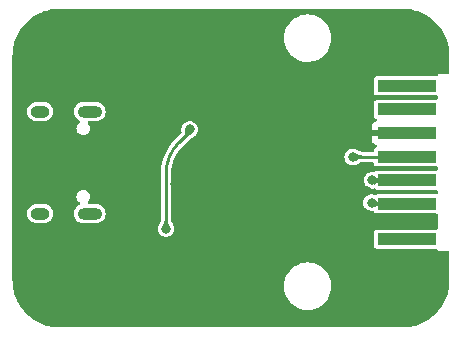
<source format=gbr>
%TF.GenerationSoftware,KiCad,Pcbnew,7.0.5-0*%
%TF.CreationDate,2023-07-07T09:12:39-05:00*%
%TF.ProjectId,DCSDv2_CP2102N,44435344-7632-45f4-9350-323130324e2e,rev?*%
%TF.SameCoordinates,Original*%
%TF.FileFunction,Copper,L2,Bot*%
%TF.FilePolarity,Positive*%
%FSLAX46Y46*%
G04 Gerber Fmt 4.6, Leading zero omitted, Abs format (unit mm)*
G04 Created by KiCad (PCBNEW 7.0.5-0) date 2023-07-07 09:12:39*
%MOMM*%
%LPD*%
G01*
G04 APERTURE LIST*
%TA.AperFunction,ComponentPad*%
%ADD10O,2.100000X1.000000*%
%TD*%
%TA.AperFunction,ComponentPad*%
%ADD11O,1.600000X1.000000*%
%TD*%
%TA.AperFunction,SMDPad,CuDef*%
%ADD12R,5.000000X1.000000*%
%TD*%
%TA.AperFunction,ViaPad*%
%ADD13C,0.800000*%
%TD*%
%TA.AperFunction,Conductor*%
%ADD14C,0.500000*%
%TD*%
%TA.AperFunction,Conductor*%
%ADD15C,0.250000*%
%TD*%
G04 APERTURE END LIST*
D10*
%TO.P,P1,S1,SHIELD*%
%TO.N,unconnected-(P1-SHIELD-PadS1)*%
X137130000Y-87480000D03*
D11*
X132950000Y-87480000D03*
D10*
X137130000Y-96120000D03*
D11*
X132950000Y-96120000D03*
%TD*%
D12*
%TO.P,U2,1,5V*%
%TO.N,unconnected-(U2-5V-Pad1)*%
X164000000Y-87300000D03*
%TO.P,U2,3,GND*%
%TO.N,GND*%
X164000000Y-89300000D03*
%TO.P,U2,5,TX*%
%TO.N,/DC_TX*%
X164000000Y-91300000D03*
%TO.P,U2,7,CTS*%
%TO.N,/DC_CTS*%
X164000000Y-93300000D03*
%TO.P,U2,9,RESET*%
%TO.N,/DC_RESET*%
X164000000Y-95300000D03*
%TO.P,U2,SHIELD*%
%TO.N,N/C*%
X164000000Y-85300000D03*
X164000000Y-98300000D03*
%TD*%
D13*
%TO.N,GND*%
X146725500Y-86400000D03*
X139200000Y-88400000D03*
X145800000Y-86400000D03*
X144324500Y-93600000D03*
X160600000Y-89400000D03*
X147200000Y-91200000D03*
X160600000Y-94200000D03*
X140807386Y-94412114D03*
X143800000Y-86600000D03*
X144800000Y-86600000D03*
X140726110Y-89745057D03*
X149200000Y-91200000D03*
X148782999Y-88797632D03*
X139200000Y-95200000D03*
X149200000Y-93200000D03*
X147200000Y-93200000D03*
X148200000Y-92200000D03*
%TO.N,+3.3V*%
X145600000Y-89000000D03*
X143600000Y-97400000D03*
%TO.N,/DC_RESET*%
X161000000Y-95200000D03*
%TO.N,/DC_CTS*%
X161046991Y-93306018D03*
%TO.N,/DC_TX*%
X159400000Y-91337701D03*
%TD*%
D14*
%TO.N,GND*%
X160770710Y-89300000D02*
X164000000Y-89300000D01*
X160650000Y-89350000D02*
X160600000Y-89400000D01*
X160770710Y-89300005D02*
G75*
G03*
X160650000Y-89350000I-10J-170695D01*
G01*
D15*
%TO.N,+3.3V*%
X144700000Y-90100000D02*
X145800000Y-89000000D01*
X143600000Y-92755634D02*
X143600000Y-97400000D01*
X144699990Y-90099990D02*
G75*
G03*
X143600000Y-92755634I2655610J-2655610D01*
G01*
%TO.N,/DC_RESET*%
X161170710Y-95300000D02*
X164000000Y-95300000D01*
X161050000Y-95250000D02*
X161000000Y-95200000D01*
X161049997Y-95250003D02*
G75*
G03*
X161170710Y-95300000I120703J120703D01*
G01*
%TO.N,/DC_CTS*%
X161057264Y-93300000D02*
X164000000Y-93300000D01*
X161046991Y-93306018D02*
X161050000Y-93303009D01*
X161057264Y-93299983D02*
G75*
G03*
X161050000Y-93303009I36J-10317D01*
G01*
%TO.N,/DC_TX*%
X159464359Y-91300000D02*
X164000000Y-91300000D01*
X159400000Y-91337701D02*
X159418850Y-91318850D01*
X159464359Y-91299954D02*
G75*
G03*
X159418851Y-91318851I41J-64346D01*
G01*
%TD*%
%TA.AperFunction,Conductor*%
%TO.N,/DC_CTS*%
G36*
X163788161Y-92855871D02*
G01*
X164241230Y-93291567D01*
X164244818Y-93299771D01*
X164241553Y-93308110D01*
X164241230Y-93308433D01*
X163788161Y-93744128D01*
X163779822Y-93747393D01*
X163774571Y-93746032D01*
X163692542Y-93702547D01*
X163692200Y-93702350D01*
X163616630Y-93655509D01*
X163616401Y-93655359D01*
X163550381Y-93610024D01*
X163489806Y-93567261D01*
X163489774Y-93567239D01*
X163483622Y-93563178D01*
X163430581Y-93528166D01*
X163368617Y-93493833D01*
X163368616Y-93493832D01*
X163299732Y-93465296D01*
X163299726Y-93465295D01*
X163219766Y-93443610D01*
X163219759Y-93443608D01*
X163124581Y-93429827D01*
X163021207Y-93425472D01*
X163013086Y-93421700D01*
X163010000Y-93413782D01*
X163010000Y-93186217D01*
X163013427Y-93177944D01*
X163021205Y-93174527D01*
X163124574Y-93170172D01*
X163124581Y-93170171D01*
X163124582Y-93170171D01*
X163219759Y-93156390D01*
X163219760Y-93156389D01*
X163219764Y-93156389D01*
X163299726Y-93134704D01*
X163299730Y-93134702D01*
X163299732Y-93134702D01*
X163326640Y-93123554D01*
X163368613Y-93106168D01*
X163430581Y-93071833D01*
X163489786Y-93032752D01*
X163550380Y-92989976D01*
X163616401Y-92944639D01*
X163616630Y-92944489D01*
X163692200Y-92897648D01*
X163692530Y-92897457D01*
X163774572Y-92853966D01*
X163783486Y-92853120D01*
X163788161Y-92855871D01*
G37*
%TD.AperFunction*%
%TD*%
%TA.AperFunction,Conductor*%
%TO.N,/DC_RESET*%
G36*
X163788161Y-94855871D02*
G01*
X164241230Y-95291567D01*
X164244818Y-95299771D01*
X164241553Y-95308110D01*
X164241230Y-95308433D01*
X163788161Y-95744128D01*
X163779822Y-95747393D01*
X163774571Y-95746032D01*
X163692542Y-95702547D01*
X163692200Y-95702350D01*
X163616630Y-95655509D01*
X163616401Y-95655359D01*
X163550381Y-95610024D01*
X163489806Y-95567261D01*
X163489774Y-95567239D01*
X163483622Y-95563178D01*
X163430581Y-95528166D01*
X163368617Y-95493833D01*
X163368616Y-95493832D01*
X163299732Y-95465296D01*
X163299726Y-95465295D01*
X163219766Y-95443610D01*
X163219759Y-95443608D01*
X163124581Y-95429827D01*
X163021207Y-95425472D01*
X163013086Y-95421700D01*
X163010000Y-95413782D01*
X163010000Y-95186217D01*
X163013427Y-95177944D01*
X163021205Y-95174527D01*
X163124574Y-95170172D01*
X163124581Y-95170171D01*
X163124582Y-95170171D01*
X163219759Y-95156390D01*
X163219760Y-95156389D01*
X163219764Y-95156389D01*
X163299726Y-95134704D01*
X163299730Y-95134702D01*
X163299732Y-95134702D01*
X163326640Y-95123554D01*
X163368613Y-95106168D01*
X163430581Y-95071833D01*
X163489786Y-95032752D01*
X163550380Y-94989976D01*
X163616401Y-94944639D01*
X163616630Y-94944489D01*
X163692200Y-94897648D01*
X163692530Y-94897457D01*
X163774572Y-94853966D01*
X163783486Y-94853120D01*
X163788161Y-94855871D01*
G37*
%TD.AperFunction*%
%TD*%
%TA.AperFunction,Conductor*%
%TO.N,/DC_TX*%
G36*
X163788161Y-90855871D02*
G01*
X164241230Y-91291567D01*
X164244818Y-91299771D01*
X164241553Y-91308110D01*
X164241230Y-91308433D01*
X163788161Y-91744128D01*
X163779822Y-91747393D01*
X163774571Y-91746032D01*
X163692542Y-91702547D01*
X163692200Y-91702350D01*
X163616630Y-91655509D01*
X163616401Y-91655359D01*
X163550381Y-91610024D01*
X163489806Y-91567261D01*
X163489774Y-91567239D01*
X163483622Y-91563178D01*
X163430581Y-91528166D01*
X163368617Y-91493833D01*
X163368616Y-91493832D01*
X163299732Y-91465296D01*
X163299726Y-91465295D01*
X163219766Y-91443610D01*
X163219759Y-91443608D01*
X163124581Y-91429827D01*
X163021207Y-91425472D01*
X163013086Y-91421700D01*
X163010000Y-91413782D01*
X163010000Y-91186217D01*
X163013427Y-91177944D01*
X163021205Y-91174527D01*
X163124574Y-91170172D01*
X163124581Y-91170171D01*
X163124582Y-91170171D01*
X163219759Y-91156390D01*
X163219760Y-91156389D01*
X163219764Y-91156389D01*
X163299726Y-91134704D01*
X163299730Y-91134702D01*
X163299732Y-91134702D01*
X163326640Y-91123554D01*
X163368613Y-91106168D01*
X163430581Y-91071833D01*
X163489786Y-91032752D01*
X163550380Y-90989976D01*
X163616401Y-90944639D01*
X163616630Y-90944489D01*
X163692200Y-90897648D01*
X163692530Y-90897457D01*
X163774572Y-90853966D01*
X163783486Y-90853120D01*
X163788161Y-90855871D01*
G37*
%TD.AperFunction*%
%TD*%
%TA.AperFunction,Conductor*%
%TO.N,+3.3V*%
G36*
X145658058Y-88817744D02*
G01*
X145658539Y-88818637D01*
X145879038Y-89274970D01*
X145879552Y-89283910D01*
X145876370Y-89288720D01*
X145825283Y-89335130D01*
X145824813Y-89335515D01*
X145771218Y-89374884D01*
X145770726Y-89375208D01*
X145719593Y-89405364D01*
X145719189Y-89405582D01*
X145669256Y-89429980D01*
X145669052Y-89430075D01*
X145619104Y-89452139D01*
X145567969Y-89475298D01*
X145567960Y-89475303D01*
X145514671Y-89502907D01*
X145457995Y-89538427D01*
X145457987Y-89538433D01*
X145396753Y-89585313D01*
X145396734Y-89585328D01*
X145338033Y-89639395D01*
X145329626Y-89642479D01*
X145321834Y-89639062D01*
X145160831Y-89478059D01*
X145157404Y-89469786D01*
X145160392Y-89461978D01*
X145189800Y-89429186D01*
X145216024Y-89390611D01*
X145233017Y-89353682D01*
X145233018Y-89353675D01*
X145233021Y-89353669D01*
X145237698Y-89335130D01*
X145242126Y-89317584D01*
X145242127Y-89317572D01*
X145244698Y-89281506D01*
X145244698Y-89281501D01*
X145242081Y-89244617D01*
X145235623Y-89206115D01*
X145226670Y-89165180D01*
X145221507Y-89142593D01*
X145216580Y-89121036D01*
X145216552Y-89120909D01*
X145208343Y-89080896D01*
X145210037Y-89072103D01*
X145213821Y-89068491D01*
X145642023Y-88813672D01*
X145650883Y-88812387D01*
X145658058Y-88817744D01*
G37*
%TD.AperFunction*%
%TD*%
%TA.AperFunction,Conductor*%
%TO.N,/DC_TX*%
G36*
X159547960Y-90966232D02*
G01*
X159617045Y-90994324D01*
X159617262Y-90994418D01*
X159682866Y-91025171D01*
X159682987Y-91025230D01*
X159740795Y-91054884D01*
X159794103Y-91082767D01*
X159794124Y-91082777D01*
X159794141Y-91082786D01*
X159841213Y-91105761D01*
X159846172Y-91108182D01*
X159900328Y-91130466D01*
X159900333Y-91130467D01*
X159900339Y-91130470D01*
X159956562Y-91147917D01*
X159959899Y-91148953D01*
X160028210Y-91162981D01*
X160108579Y-91171883D01*
X160108580Y-91171883D01*
X160108588Y-91171884D01*
X160193040Y-91174631D01*
X160201197Y-91178325D01*
X160204359Y-91186325D01*
X160204359Y-91413719D01*
X160200932Y-91421992D01*
X160193086Y-91425411D01*
X160115136Y-91428260D01*
X160040332Y-91437727D01*
X159977008Y-91452924D01*
X159976989Y-91452930D01*
X159922196Y-91473380D01*
X159872952Y-91498622D01*
X159826357Y-91528153D01*
X159826315Y-91528182D01*
X159779413Y-91561529D01*
X159729139Y-91598297D01*
X159672775Y-91637851D01*
X159672569Y-91637989D01*
X159614075Y-91675444D01*
X159605260Y-91677019D01*
X159600474Y-91674741D01*
X159554272Y-91637920D01*
X159347816Y-91473382D01*
X159210378Y-91363849D01*
X159206044Y-91356013D01*
X159208520Y-91347407D01*
X159208769Y-91347105D01*
X159534696Y-90969426D01*
X159542696Y-90965403D01*
X159547960Y-90966232D01*
G37*
%TD.AperFunction*%
%TD*%
%TA.AperFunction,Conductor*%
%TO.N,GND*%
G36*
X164098306Y-78800594D02*
G01*
X164163411Y-78809676D01*
X164349819Y-78837328D01*
X164354884Y-78838297D01*
X164539356Y-78881685D01*
X164720221Y-78926989D01*
X164724804Y-78928329D01*
X164905081Y-78988752D01*
X164906035Y-78989083D01*
X165080325Y-79051445D01*
X165084471Y-79053100D01*
X165258716Y-79130037D01*
X165260181Y-79130707D01*
X165334782Y-79165989D01*
X165426997Y-79209604D01*
X165430613Y-79211464D01*
X165597334Y-79304328D01*
X165598940Y-79305256D01*
X165756988Y-79399986D01*
X165760101Y-79401984D01*
X165846360Y-79461072D01*
X165917659Y-79509913D01*
X165919539Y-79511253D01*
X166067376Y-79620897D01*
X166070018Y-79622971D01*
X166217035Y-79745053D01*
X166218973Y-79746735D01*
X166355321Y-79870314D01*
X166357514Y-79872402D01*
X166492596Y-80007484D01*
X166494687Y-80009680D01*
X166618258Y-80146019D01*
X166619952Y-80147971D01*
X166738807Y-80291103D01*
X166742021Y-80294973D01*
X166744110Y-80297632D01*
X166840352Y-80427400D01*
X166853734Y-80445444D01*
X166855085Y-80447339D01*
X166963003Y-80604879D01*
X166965023Y-80608029D01*
X167021069Y-80701535D01*
X167059707Y-80765998D01*
X167060692Y-80767702D01*
X167153527Y-80934372D01*
X167155411Y-80938034D01*
X167234291Y-81104817D01*
X167234961Y-81106282D01*
X167311898Y-81280527D01*
X167313557Y-81284684D01*
X167375877Y-81458855D01*
X167376288Y-81460040D01*
X167436662Y-81640173D01*
X167438019Y-81644813D01*
X167483321Y-81825672D01*
X167526696Y-82010090D01*
X167527672Y-82015190D01*
X167555336Y-82201687D01*
X167581177Y-82386933D01*
X167581697Y-82392460D01*
X167591520Y-82592416D01*
X167599434Y-82763576D01*
X167599500Y-82766440D01*
X167599500Y-84140500D01*
X167579815Y-84207539D01*
X167527011Y-84253294D01*
X167475500Y-84264500D01*
X166624760Y-84264500D01*
X166624554Y-84264459D01*
X166599998Y-84264459D01*
X166599909Y-84264496D01*
X166599619Y-84264615D01*
X166599615Y-84264618D01*
X166599459Y-84264999D01*
X166599476Y-84289616D01*
X166599471Y-84289616D01*
X166599500Y-84289759D01*
X166599500Y-84375500D01*
X166579815Y-84442539D01*
X166527011Y-84488294D01*
X166475500Y-84499500D01*
X161455143Y-84499500D01*
X161455117Y-84499502D01*
X161430012Y-84502413D01*
X161430008Y-84502415D01*
X161327235Y-84547793D01*
X161247794Y-84627234D01*
X161202415Y-84730006D01*
X161202415Y-84730008D01*
X161199500Y-84755131D01*
X161199500Y-85844856D01*
X161199502Y-85844882D01*
X161202413Y-85869987D01*
X161202415Y-85869991D01*
X161247793Y-85972764D01*
X161247794Y-85972765D01*
X161327235Y-86052206D01*
X161430009Y-86097585D01*
X161455135Y-86100500D01*
X166475500Y-86100499D01*
X166542539Y-86120184D01*
X166588294Y-86172988D01*
X166599500Y-86224499D01*
X166599500Y-86375500D01*
X166579815Y-86442539D01*
X166527011Y-86488294D01*
X166475500Y-86499500D01*
X161455143Y-86499500D01*
X161455117Y-86499502D01*
X161430012Y-86502413D01*
X161430008Y-86502415D01*
X161327235Y-86547793D01*
X161247794Y-86627234D01*
X161202415Y-86730006D01*
X161202415Y-86730008D01*
X161199500Y-86755131D01*
X161199500Y-87844856D01*
X161199502Y-87844882D01*
X161202413Y-87869987D01*
X161202415Y-87869991D01*
X161247793Y-87972764D01*
X161247794Y-87972764D01*
X161247794Y-87972765D01*
X161327235Y-88052206D01*
X161390449Y-88080117D01*
X161443822Y-88125201D01*
X161464350Y-88191987D01*
X161445512Y-88259269D01*
X161393289Y-88305686D01*
X161383694Y-88309732D01*
X161257911Y-88356646D01*
X161257906Y-88356649D01*
X161142812Y-88442809D01*
X161142809Y-88442812D01*
X161056649Y-88557906D01*
X161056645Y-88557913D01*
X161006403Y-88692620D01*
X161006401Y-88692627D01*
X161000000Y-88752155D01*
X161000000Y-89847844D01*
X161006401Y-89907372D01*
X161006403Y-89907379D01*
X161056645Y-90042086D01*
X161056649Y-90042093D01*
X161142809Y-90157187D01*
X161142812Y-90157190D01*
X161257906Y-90243350D01*
X161257913Y-90243354D01*
X161383693Y-90290267D01*
X161439627Y-90332138D01*
X161464044Y-90397602D01*
X161449192Y-90465875D01*
X161399787Y-90515281D01*
X161390447Y-90519883D01*
X161327234Y-90547794D01*
X161247794Y-90627234D01*
X161202415Y-90730006D01*
X161202415Y-90730008D01*
X161199500Y-90755133D01*
X161199355Y-90757647D01*
X161199138Y-90758253D01*
X161199087Y-90758694D01*
X161198985Y-90758682D01*
X161175839Y-90823440D01*
X161120486Y-90866076D01*
X161075561Y-90874500D01*
X160240083Y-90874500D01*
X160213347Y-90871583D01*
X160202972Y-90869292D01*
X160202966Y-90869291D01*
X160132812Y-90867009D01*
X160128000Y-90866665D01*
X160078697Y-90861203D01*
X160073048Y-90860313D01*
X160039083Y-90853338D01*
X160033176Y-90851819D01*
X160006589Y-90843569D01*
X160001369Y-90841689D01*
X159973253Y-90830120D01*
X159969650Y-90828501D01*
X159932712Y-90810472D01*
X159931172Y-90809694D01*
X159881290Y-90783603D01*
X159821055Y-90752704D01*
X159818315Y-90751334D01*
X159814610Y-90749526D01*
X159744906Y-90716852D01*
X159740775Y-90714990D01*
X159738764Y-90714119D01*
X159736896Y-90713310D01*
X159735539Y-90712740D01*
X159733735Y-90711982D01*
X159704389Y-90700049D01*
X159663035Y-90683234D01*
X159663031Y-90683233D01*
X159659731Y-90681891D01*
X159659802Y-90681714D01*
X159656441Y-90680269D01*
X159650221Y-90677909D01*
X159485056Y-90637201D01*
X159314944Y-90637201D01*
X159149773Y-90677911D01*
X158999150Y-90756964D01*
X158871816Y-90869773D01*
X158775182Y-91009769D01*
X158714860Y-91168826D01*
X158714859Y-91168831D01*
X158694355Y-91337700D01*
X158714859Y-91506570D01*
X158714860Y-91506575D01*
X158775182Y-91665632D01*
X158830417Y-91745652D01*
X158871817Y-91805630D01*
X158967877Y-91890731D01*
X158999150Y-91918437D01*
X159149773Y-91997490D01*
X159149775Y-91997491D01*
X159314944Y-92038201D01*
X159485056Y-92038201D01*
X159650225Y-91997491D01*
X159753456Y-91943309D01*
X159758966Y-91940756D01*
X159778815Y-91932720D01*
X159838640Y-91894413D01*
X159841285Y-91892680D01*
X159844179Y-91890742D01*
X159846908Y-91888870D01*
X159907072Y-91846650D01*
X159958082Y-91809342D01*
X159995446Y-91782776D01*
X159998103Y-91780992D01*
X160022326Y-91765640D01*
X160027216Y-91762844D01*
X160042506Y-91755006D01*
X160049080Y-91752106D01*
X160062847Y-91746967D01*
X160070037Y-91744772D01*
X160092031Y-91739493D01*
X160098702Y-91738275D01*
X160137205Y-91733402D01*
X160142702Y-91732956D01*
X160204244Y-91730707D01*
X160205716Y-91730650D01*
X160214374Y-91728657D01*
X160242178Y-91725500D01*
X161075562Y-91725500D01*
X161142601Y-91745185D01*
X161188356Y-91797989D01*
X161199356Y-91842347D01*
X161199502Y-91844882D01*
X161202413Y-91869987D01*
X161202415Y-91869991D01*
X161247793Y-91972764D01*
X161247794Y-91972765D01*
X161327235Y-92052206D01*
X161430009Y-92097585D01*
X161455135Y-92100500D01*
X166475500Y-92100499D01*
X166542539Y-92120184D01*
X166588294Y-92172988D01*
X166599500Y-92224499D01*
X166599500Y-92375500D01*
X166579815Y-92442539D01*
X166527011Y-92488294D01*
X166475500Y-92499500D01*
X161455143Y-92499500D01*
X161455117Y-92499502D01*
X161430012Y-92502413D01*
X161430008Y-92502415D01*
X161327235Y-92547793D01*
X161327233Y-92547794D01*
X161291780Y-92583248D01*
X161230457Y-92616733D01*
X161174426Y-92615963D01*
X161132048Y-92605518D01*
X161132047Y-92605518D01*
X160961935Y-92605518D01*
X160796764Y-92646228D01*
X160646141Y-92725281D01*
X160518807Y-92838090D01*
X160422173Y-92978086D01*
X160361851Y-93137143D01*
X160361850Y-93137148D01*
X160341346Y-93306018D01*
X160361850Y-93474887D01*
X160361851Y-93474892D01*
X160422173Y-93633949D01*
X160484466Y-93724195D01*
X160518808Y-93773947D01*
X160598858Y-93844865D01*
X160646141Y-93886754D01*
X160796764Y-93965807D01*
X160796766Y-93965808D01*
X160961935Y-94006518D01*
X161132048Y-94006518D01*
X161132051Y-94006517D01*
X161184080Y-93993693D01*
X161253882Y-93996761D01*
X161301437Y-94026408D01*
X161327235Y-94052206D01*
X161430009Y-94097585D01*
X161455135Y-94100500D01*
X166475500Y-94100499D01*
X166542539Y-94120184D01*
X166588294Y-94172988D01*
X166599500Y-94224499D01*
X166599500Y-94375500D01*
X166579815Y-94442539D01*
X166527011Y-94488294D01*
X166475500Y-94499500D01*
X161455143Y-94499500D01*
X161455117Y-94499502D01*
X161430012Y-94502413D01*
X161430010Y-94502414D01*
X161347405Y-94538887D01*
X161278126Y-94547958D01*
X161253357Y-94541397D01*
X161250230Y-94540211D01*
X161085056Y-94499500D01*
X160914944Y-94499500D01*
X160749773Y-94540210D01*
X160599150Y-94619263D01*
X160471816Y-94732072D01*
X160375182Y-94872068D01*
X160314860Y-95031125D01*
X160314859Y-95031130D01*
X160294355Y-95200000D01*
X160314859Y-95368869D01*
X160314860Y-95368874D01*
X160375182Y-95527931D01*
X160437172Y-95617737D01*
X160471817Y-95667929D01*
X160577505Y-95761560D01*
X160599150Y-95780736D01*
X160721338Y-95844865D01*
X160749775Y-95859790D01*
X160914944Y-95900500D01*
X161085055Y-95900500D01*
X161085056Y-95900500D01*
X161101976Y-95896329D01*
X161171778Y-95899396D01*
X161228841Y-95939713D01*
X161245089Y-95966639D01*
X161247794Y-95972765D01*
X161327235Y-96052206D01*
X161430009Y-96097585D01*
X161455135Y-96100500D01*
X166475500Y-96100499D01*
X166542539Y-96120184D01*
X166588294Y-96172988D01*
X166599500Y-96224499D01*
X166599500Y-97375500D01*
X166579815Y-97442539D01*
X166527011Y-97488294D01*
X166475500Y-97499500D01*
X161455143Y-97499500D01*
X161455117Y-97499502D01*
X161430012Y-97502413D01*
X161430008Y-97502415D01*
X161327235Y-97547793D01*
X161247794Y-97627234D01*
X161202415Y-97730006D01*
X161202415Y-97730008D01*
X161199500Y-97755131D01*
X161199500Y-98844856D01*
X161199502Y-98844882D01*
X161202413Y-98869987D01*
X161202415Y-98869991D01*
X161247793Y-98972764D01*
X161247794Y-98972765D01*
X161327235Y-99052206D01*
X161430009Y-99097585D01*
X161455135Y-99100500D01*
X166475500Y-99100499D01*
X166542539Y-99120184D01*
X166588294Y-99172988D01*
X166599500Y-99224499D01*
X166599500Y-99240467D01*
X166599416Y-99240889D01*
X166599459Y-99265001D01*
X166599544Y-99265206D01*
X166599616Y-99265382D01*
X166599618Y-99265384D01*
X166599808Y-99265462D01*
X166600000Y-99265541D01*
X166600002Y-99265539D01*
X166624616Y-99265524D01*
X166624616Y-99265528D01*
X166624760Y-99265500D01*
X167475500Y-99265500D01*
X167542539Y-99285185D01*
X167588294Y-99337989D01*
X167599500Y-99389500D01*
X167599500Y-101763559D01*
X167599434Y-101766423D01*
X167591520Y-101937583D01*
X167581697Y-102137538D01*
X167581177Y-102143065D01*
X167555336Y-102328311D01*
X167527672Y-102514808D01*
X167526696Y-102519908D01*
X167483321Y-102704326D01*
X167438019Y-102885185D01*
X167436662Y-102889825D01*
X167376288Y-103069958D01*
X167375877Y-103071143D01*
X167313557Y-103245314D01*
X167311898Y-103249471D01*
X167234961Y-103423716D01*
X167234291Y-103425181D01*
X167155411Y-103591964D01*
X167153527Y-103595626D01*
X167060692Y-103762296D01*
X167059707Y-103764000D01*
X166965033Y-103921954D01*
X166963003Y-103925119D01*
X166855085Y-104082659D01*
X166853734Y-104084554D01*
X166744122Y-104232350D01*
X166742021Y-104235025D01*
X166619993Y-104381980D01*
X166618232Y-104384009D01*
X166494695Y-104520310D01*
X166492596Y-104522514D01*
X166357514Y-104657596D01*
X166355310Y-104659695D01*
X166219009Y-104783232D01*
X166216980Y-104784993D01*
X166070025Y-104907021D01*
X166067350Y-104909122D01*
X165919554Y-105018734D01*
X165917659Y-105020085D01*
X165760119Y-105128003D01*
X165756954Y-105130033D01*
X165599000Y-105224707D01*
X165597296Y-105225692D01*
X165430626Y-105318527D01*
X165426964Y-105320411D01*
X165260181Y-105399291D01*
X165258716Y-105399961D01*
X165084471Y-105476898D01*
X165080314Y-105478557D01*
X164906143Y-105540877D01*
X164904958Y-105541288D01*
X164724825Y-105601662D01*
X164720185Y-105603019D01*
X164539326Y-105648321D01*
X164354908Y-105691696D01*
X164349808Y-105692672D01*
X164163311Y-105720336D01*
X163978065Y-105746177D01*
X163972538Y-105746697D01*
X163772753Y-105756511D01*
X163601425Y-105764434D01*
X163598561Y-105764500D01*
X134601439Y-105764500D01*
X134598575Y-105764434D01*
X134427245Y-105756511D01*
X134227460Y-105746697D01*
X134221933Y-105746177D01*
X134036687Y-105720336D01*
X133850190Y-105692672D01*
X133845090Y-105691696D01*
X133660672Y-105648321D01*
X133479813Y-105603019D01*
X133475173Y-105601662D01*
X133295040Y-105541288D01*
X133293855Y-105540877D01*
X133119684Y-105478557D01*
X133115527Y-105476898D01*
X132941282Y-105399961D01*
X132939817Y-105399291D01*
X132794852Y-105330730D01*
X132773026Y-105320406D01*
X132769372Y-105318527D01*
X132602702Y-105225692D01*
X132601019Y-105224719D01*
X132443029Y-105130023D01*
X132439879Y-105128003D01*
X132282339Y-105020085D01*
X132280444Y-105018734D01*
X132262400Y-105005352D01*
X132132632Y-104909110D01*
X132129973Y-104907021D01*
X132126103Y-104903807D01*
X131982971Y-104784952D01*
X131981019Y-104783258D01*
X131844680Y-104659687D01*
X131842484Y-104657596D01*
X131707402Y-104522514D01*
X131705314Y-104520321D01*
X131581735Y-104383973D01*
X131580053Y-104382035D01*
X131457971Y-104235018D01*
X131455897Y-104232376D01*
X131346253Y-104084539D01*
X131344913Y-104082659D01*
X131255564Y-103952226D01*
X131236984Y-103925101D01*
X131234986Y-103921988D01*
X131140256Y-103763940D01*
X131139328Y-103762334D01*
X131046464Y-103595613D01*
X131044604Y-103591997D01*
X131000989Y-103499782D01*
X130965707Y-103425181D01*
X130965037Y-103423716D01*
X130888100Y-103249471D01*
X130886441Y-103245314D01*
X130824083Y-103071035D01*
X130823752Y-103070081D01*
X130763329Y-102889804D01*
X130761989Y-102885221D01*
X130716678Y-102704326D01*
X130673295Y-102519875D01*
X130672329Y-102514828D01*
X130644662Y-102328311D01*
X130635831Y-102265001D01*
X153594390Y-102265001D01*
X153614804Y-102550433D01*
X153675628Y-102830037D01*
X153675630Y-102830043D01*
X153675631Y-102830046D01*
X153765556Y-103071143D01*
X153775635Y-103098166D01*
X153912770Y-103349309D01*
X153912775Y-103349317D01*
X154084254Y-103578387D01*
X154084270Y-103578405D01*
X154286594Y-103780729D01*
X154286612Y-103780745D01*
X154515682Y-103952224D01*
X154515690Y-103952229D01*
X154766833Y-104089364D01*
X154766832Y-104089364D01*
X154766836Y-104089365D01*
X154766839Y-104089367D01*
X155034954Y-104189369D01*
X155034960Y-104189370D01*
X155034962Y-104189371D01*
X155314566Y-104250195D01*
X155314568Y-104250195D01*
X155314572Y-104250196D01*
X155568220Y-104268337D01*
X155599999Y-104270610D01*
X155600000Y-104270610D01*
X155600001Y-104270610D01*
X155628595Y-104268564D01*
X155885428Y-104250196D01*
X155913231Y-104244148D01*
X156165037Y-104189371D01*
X156165037Y-104189370D01*
X156165046Y-104189369D01*
X156433161Y-104089367D01*
X156684315Y-103952226D01*
X156913395Y-103780739D01*
X157115739Y-103578395D01*
X157287226Y-103349315D01*
X157424367Y-103098161D01*
X157524369Y-102830046D01*
X157585196Y-102550428D01*
X157605610Y-102265000D01*
X157585196Y-101979572D01*
X157538828Y-101766423D01*
X157524371Y-101699962D01*
X157524370Y-101699960D01*
X157524369Y-101699954D01*
X157424367Y-101431839D01*
X157287226Y-101180685D01*
X157287224Y-101180682D01*
X157115745Y-100951612D01*
X157115729Y-100951594D01*
X156913405Y-100749270D01*
X156913387Y-100749254D01*
X156684317Y-100577775D01*
X156684309Y-100577770D01*
X156433166Y-100440635D01*
X156433167Y-100440635D01*
X156325915Y-100400632D01*
X156165046Y-100340631D01*
X156165043Y-100340630D01*
X156165037Y-100340628D01*
X155885433Y-100279804D01*
X155600001Y-100259390D01*
X155599999Y-100259390D01*
X155314566Y-100279804D01*
X155034962Y-100340628D01*
X154766833Y-100440635D01*
X154515690Y-100577770D01*
X154515682Y-100577775D01*
X154286612Y-100749254D01*
X154286594Y-100749270D01*
X154084270Y-100951594D01*
X154084254Y-100951612D01*
X153912775Y-101180682D01*
X153912770Y-101180690D01*
X153775635Y-101431833D01*
X153675628Y-101699962D01*
X153614804Y-101979566D01*
X153594390Y-102264998D01*
X153594390Y-102265001D01*
X130635831Y-102265001D01*
X130618819Y-102143048D01*
X130618302Y-102137549D01*
X130613951Y-102048981D01*
X130608479Y-101937582D01*
X130607471Y-101915798D01*
X130600564Y-101766387D01*
X130600499Y-101763603D01*
X130600499Y-97400000D01*
X142894355Y-97400000D01*
X142914859Y-97568869D01*
X142914860Y-97568874D01*
X142975182Y-97727931D01*
X142993960Y-97755135D01*
X143071817Y-97867929D01*
X143177505Y-97961560D01*
X143199150Y-97980736D01*
X143349773Y-98059789D01*
X143349775Y-98059790D01*
X143514944Y-98100500D01*
X143685056Y-98100500D01*
X143850225Y-98059790D01*
X143929692Y-98018081D01*
X144000849Y-97980736D01*
X144000850Y-97980734D01*
X144000852Y-97980734D01*
X144128183Y-97867929D01*
X144224818Y-97727930D01*
X144285140Y-97568872D01*
X144305645Y-97400000D01*
X144285140Y-97231128D01*
X144285139Y-97231126D01*
X144285139Y-97231124D01*
X144229293Y-97083870D01*
X144227944Y-97079917D01*
X144227090Y-97077107D01*
X144227087Y-97077101D01*
X144227087Y-97077100D01*
X144226595Y-97075895D01*
X144225253Y-97072898D01*
X144224162Y-97070820D01*
X144221614Y-97066589D01*
X144193640Y-97012861D01*
X144191631Y-97009132D01*
X144191618Y-97009108D01*
X144189553Y-97005398D01*
X144187885Y-97002484D01*
X144187751Y-97002249D01*
X144150496Y-96938910D01*
X144150487Y-96938895D01*
X144147892Y-96934649D01*
X144113401Y-96880035D01*
X144086342Y-96837213D01*
X144085107Y-96835173D01*
X144068035Y-96805677D01*
X144065795Y-96801434D01*
X144056214Y-96781444D01*
X144053712Y-96775433D01*
X144047393Y-96757672D01*
X144045417Y-96750924D01*
X144039600Y-96725889D01*
X144038464Y-96719500D01*
X144033416Y-96678783D01*
X144032987Y-96673421D01*
X144030708Y-96610256D01*
X144030649Y-96608720D01*
X144028651Y-96600025D01*
X144025500Y-96572251D01*
X144025500Y-92816811D01*
X144025501Y-92816808D01*
X144025500Y-92757156D01*
X144025575Y-92754115D01*
X144041384Y-92432260D01*
X144041978Y-92426214D01*
X144089036Y-92108966D01*
X144090220Y-92103007D01*
X144168154Y-91791871D01*
X144169908Y-91786088D01*
X144277959Y-91484100D01*
X144280286Y-91478484D01*
X144417407Y-91188565D01*
X144420272Y-91183203D01*
X144585154Y-90908112D01*
X144588537Y-90903051D01*
X144633261Y-90842747D01*
X144779593Y-90645439D01*
X144783427Y-90640767D01*
X144999676Y-90402173D01*
X145001729Y-90400017D01*
X145515372Y-89886374D01*
X145537235Y-89868966D01*
X145545002Y-89864103D01*
X145591406Y-89821360D01*
X145595711Y-89817742D01*
X145630066Y-89791441D01*
X145634774Y-89788174D01*
X145664159Y-89769758D01*
X145668533Y-89767259D01*
X145699920Y-89751001D01*
X145702797Y-89749605D01*
X145743818Y-89731026D01*
X145795271Y-89708299D01*
X145800811Y-89705719D01*
X145856074Y-89678716D01*
X145861554Y-89675900D01*
X145867225Y-89672840D01*
X145872283Y-89669985D01*
X145929174Y-89636433D01*
X145935591Y-89632432D01*
X145942506Y-89627878D01*
X145948925Y-89623411D01*
X146008919Y-89579341D01*
X146015287Y-89574400D01*
X146021897Y-89568986D01*
X146027813Y-89563881D01*
X146081792Y-89514844D01*
X146099792Y-89493853D01*
X146105735Y-89487814D01*
X146128183Y-89467929D01*
X146224818Y-89327930D01*
X146285140Y-89168872D01*
X146305645Y-89000000D01*
X146285140Y-88831128D01*
X146224818Y-88672070D01*
X146128183Y-88532071D01*
X146000852Y-88419266D01*
X146000849Y-88419263D01*
X145850226Y-88340210D01*
X145685056Y-88299500D01*
X145514944Y-88299500D01*
X145349773Y-88340210D01*
X145199150Y-88419263D01*
X145071816Y-88532072D01*
X144975182Y-88672068D01*
X144914860Y-88831125D01*
X144914859Y-88831130D01*
X144894355Y-89000001D01*
X144908257Y-89114496D01*
X144908700Y-89120883D01*
X144909076Y-89142293D01*
X144917623Y-89183955D01*
X144918360Y-89187352D01*
X144920302Y-89195852D01*
X144916044Y-89265592D01*
X144887098Y-89311152D01*
X144435455Y-89762797D01*
X144435413Y-89762819D01*
X144270040Y-89928191D01*
X144035342Y-90207893D01*
X143825942Y-90506947D01*
X143825926Y-90506973D01*
X143643382Y-90823151D01*
X143643370Y-90823175D01*
X143489081Y-91154051D01*
X143489078Y-91154059D01*
X143364205Y-91497150D01*
X143269712Y-91849815D01*
X143269709Y-91849830D01*
X143206318Y-92209358D01*
X143206317Y-92209367D01*
X143174499Y-92573079D01*
X143174499Y-92573084D01*
X143174500Y-92722147D01*
X143174500Y-96573307D01*
X143171488Y-96600468D01*
X143169291Y-96610255D01*
X143168858Y-96622262D01*
X143167011Y-96673404D01*
X143166580Y-96678796D01*
X143161536Y-96719483D01*
X143160398Y-96725887D01*
X143154587Y-96750904D01*
X143152606Y-96757666D01*
X143146283Y-96775434D01*
X143143780Y-96781449D01*
X143134201Y-96801436D01*
X143131950Y-96805700D01*
X143114916Y-96835130D01*
X143113669Y-96837190D01*
X143086597Y-96880035D01*
X143051993Y-96934825D01*
X143049488Y-96938935D01*
X143012109Y-97002484D01*
X143010116Y-97005974D01*
X143008076Y-97009663D01*
X143006231Y-97013101D01*
X142978388Y-97066579D01*
X142975851Y-97070794D01*
X142974873Y-97072657D01*
X142974486Y-97073593D01*
X142972909Y-97077101D01*
X142947861Y-97142673D01*
X142947856Y-97142688D01*
X142947593Y-97143719D01*
X142945496Y-97150343D01*
X142914860Y-97231128D01*
X142914859Y-97231130D01*
X142894355Y-97400000D01*
X130600499Y-97400000D01*
X130600499Y-96120003D01*
X131844435Y-96120003D01*
X131864630Y-96299249D01*
X131864631Y-96299254D01*
X131924211Y-96469523D01*
X132006493Y-96600473D01*
X132020184Y-96622262D01*
X132147738Y-96749816D01*
X132229891Y-96801436D01*
X132286792Y-96837190D01*
X132300478Y-96845789D01*
X132470745Y-96905368D01*
X132470750Y-96905369D01*
X132561246Y-96915565D01*
X132605040Y-96920499D01*
X132605043Y-96920500D01*
X132605046Y-96920500D01*
X133294957Y-96920500D01*
X133294958Y-96920499D01*
X133362104Y-96912934D01*
X133429249Y-96905369D01*
X133429252Y-96905368D01*
X133429255Y-96905368D01*
X133599522Y-96845789D01*
X133752262Y-96749816D01*
X133879816Y-96622262D01*
X133975789Y-96469522D01*
X134035368Y-96299255D01*
X134049595Y-96172988D01*
X134055565Y-96120003D01*
X135774435Y-96120003D01*
X135794630Y-96299249D01*
X135794631Y-96299254D01*
X135854211Y-96469523D01*
X135936493Y-96600473D01*
X135950184Y-96622262D01*
X136077738Y-96749816D01*
X136159891Y-96801436D01*
X136216792Y-96837190D01*
X136230478Y-96845789D01*
X136400745Y-96905368D01*
X136400750Y-96905369D01*
X136491246Y-96915565D01*
X136535040Y-96920499D01*
X136535043Y-96920500D01*
X136535046Y-96920500D01*
X137724957Y-96920500D01*
X137724958Y-96920499D01*
X137792104Y-96912934D01*
X137859249Y-96905369D01*
X137859252Y-96905368D01*
X137859255Y-96905368D01*
X138029522Y-96845789D01*
X138182262Y-96749816D01*
X138309816Y-96622262D01*
X138405789Y-96469522D01*
X138465368Y-96299255D01*
X138479595Y-96172988D01*
X138485565Y-96120003D01*
X138485565Y-96119996D01*
X138465369Y-95940750D01*
X138465368Y-95940745D01*
X138440610Y-95869991D01*
X138405789Y-95770478D01*
X138309816Y-95617738D01*
X138182262Y-95490184D01*
X138029523Y-95394211D01*
X137859254Y-95334631D01*
X137859249Y-95334630D01*
X137724960Y-95319500D01*
X137724954Y-95319500D01*
X137090272Y-95319500D01*
X137023233Y-95299815D01*
X136977478Y-95247011D01*
X136967534Y-95177853D01*
X136996559Y-95114297D01*
X137004923Y-95106417D01*
X137004704Y-95106198D01*
X137010446Y-95100455D01*
X137010446Y-95100454D01*
X137010451Y-95100451D01*
X137102698Y-94980233D01*
X137160687Y-94840236D01*
X137180466Y-94690000D01*
X137160687Y-94539764D01*
X137102698Y-94399767D01*
X137010451Y-94279549D01*
X136890233Y-94187302D01*
X136890229Y-94187300D01*
X136826801Y-94161027D01*
X136750236Y-94129313D01*
X136736171Y-94127461D01*
X136637727Y-94114500D01*
X136637720Y-94114500D01*
X136562280Y-94114500D01*
X136562272Y-94114500D01*
X136449764Y-94129313D01*
X136449763Y-94129313D01*
X136309770Y-94187300D01*
X136189549Y-94279549D01*
X136097300Y-94399770D01*
X136039313Y-94539763D01*
X136039312Y-94539765D01*
X136019534Y-94689999D01*
X136019534Y-94690000D01*
X136039312Y-94840234D01*
X136039313Y-94840236D01*
X136097302Y-94980233D01*
X136189549Y-95100451D01*
X136283305Y-95172393D01*
X136324506Y-95228819D01*
X136328661Y-95298565D01*
X136294448Y-95359486D01*
X136248774Y-95387808D01*
X136230478Y-95394210D01*
X136077737Y-95490184D01*
X135950184Y-95617737D01*
X135854211Y-95770476D01*
X135794631Y-95940745D01*
X135794630Y-95940750D01*
X135774435Y-96119996D01*
X135774435Y-96120003D01*
X134055565Y-96120003D01*
X134055565Y-96119996D01*
X134035369Y-95940750D01*
X134035368Y-95940745D01*
X134010610Y-95869991D01*
X133975789Y-95770478D01*
X133879816Y-95617738D01*
X133752262Y-95490184D01*
X133752262Y-95490183D01*
X133599523Y-95394211D01*
X133429254Y-95334631D01*
X133429249Y-95334630D01*
X133294960Y-95319500D01*
X133294954Y-95319500D01*
X132605046Y-95319500D01*
X132605039Y-95319500D01*
X132470750Y-95334630D01*
X132470745Y-95334631D01*
X132300476Y-95394211D01*
X132147737Y-95490184D01*
X132020184Y-95617737D01*
X131924211Y-95770476D01*
X131864631Y-95940745D01*
X131864630Y-95940750D01*
X131844435Y-96119996D01*
X131844435Y-96120003D01*
X130600499Y-96120003D01*
X130600499Y-87480003D01*
X131844435Y-87480003D01*
X131864630Y-87659249D01*
X131864631Y-87659254D01*
X131924211Y-87829523D01*
X131949639Y-87869991D01*
X132020184Y-87982262D01*
X132147738Y-88109816D01*
X132300478Y-88205789D01*
X132435145Y-88252911D01*
X132470745Y-88265368D01*
X132470750Y-88265369D01*
X132561246Y-88275565D01*
X132605040Y-88280499D01*
X132605043Y-88280500D01*
X132605046Y-88280500D01*
X133294957Y-88280500D01*
X133294958Y-88280499D01*
X133362104Y-88272934D01*
X133429249Y-88265369D01*
X133429252Y-88265368D01*
X133429255Y-88265368D01*
X133599522Y-88205789D01*
X133752262Y-88109816D01*
X133879816Y-87982262D01*
X133975789Y-87829522D01*
X134035368Y-87659255D01*
X134055565Y-87480003D01*
X135774435Y-87480003D01*
X135794630Y-87659249D01*
X135794631Y-87659254D01*
X135854211Y-87829523D01*
X135879639Y-87869991D01*
X135950184Y-87982262D01*
X136077738Y-88109816D01*
X136102223Y-88125201D01*
X136230479Y-88205790D01*
X136248770Y-88212190D01*
X136305547Y-88252911D01*
X136331295Y-88317863D01*
X136317839Y-88386425D01*
X136283304Y-88427607D01*
X136189551Y-88499547D01*
X136189550Y-88499548D01*
X136189549Y-88499549D01*
X136097302Y-88619767D01*
X136097300Y-88619770D01*
X136039313Y-88759763D01*
X136039312Y-88759765D01*
X136019534Y-88909999D01*
X136019534Y-88910000D01*
X136039312Y-89060234D01*
X136039313Y-89060236D01*
X136090568Y-89183977D01*
X136097302Y-89200233D01*
X136189549Y-89320451D01*
X136309767Y-89412698D01*
X136449764Y-89470687D01*
X136562280Y-89485500D01*
X136562287Y-89485500D01*
X136637713Y-89485500D01*
X136637720Y-89485500D01*
X136750236Y-89470687D01*
X136890233Y-89412698D01*
X137010451Y-89320451D01*
X137102698Y-89200233D01*
X137160687Y-89060236D01*
X137180466Y-88910000D01*
X137160687Y-88759764D01*
X137102698Y-88619767D01*
X137010451Y-88499549D01*
X137010448Y-88499546D01*
X137010446Y-88499544D01*
X137004704Y-88493802D01*
X137006702Y-88491803D01*
X136973587Y-88446461D01*
X136969425Y-88376715D01*
X137003631Y-88315791D01*
X137065345Y-88283031D01*
X137090272Y-88280500D01*
X137724957Y-88280500D01*
X137724958Y-88280499D01*
X137792104Y-88272934D01*
X137859249Y-88265369D01*
X137859252Y-88265368D01*
X137859255Y-88265368D01*
X138029522Y-88205789D01*
X138182262Y-88109816D01*
X138309816Y-87982262D01*
X138405789Y-87829522D01*
X138465368Y-87659255D01*
X138485565Y-87480000D01*
X138465368Y-87300745D01*
X138405789Y-87130478D01*
X138309816Y-86977738D01*
X138182262Y-86850184D01*
X138029523Y-86754211D01*
X137859254Y-86694631D01*
X137859249Y-86694630D01*
X137724960Y-86679500D01*
X137724954Y-86679500D01*
X136535046Y-86679500D01*
X136535039Y-86679500D01*
X136400750Y-86694630D01*
X136400745Y-86694631D01*
X136230476Y-86754211D01*
X136077737Y-86850184D01*
X135950184Y-86977737D01*
X135854211Y-87130476D01*
X135794631Y-87300745D01*
X135794630Y-87300750D01*
X135774435Y-87479996D01*
X135774435Y-87480003D01*
X134055565Y-87480003D01*
X134055565Y-87480000D01*
X134035368Y-87300745D01*
X133975789Y-87130478D01*
X133879816Y-86977738D01*
X133752262Y-86850184D01*
X133599523Y-86754211D01*
X133429254Y-86694631D01*
X133429249Y-86694630D01*
X133294960Y-86679500D01*
X133294954Y-86679500D01*
X132605046Y-86679500D01*
X132605039Y-86679500D01*
X132470750Y-86694630D01*
X132470745Y-86694631D01*
X132300476Y-86754211D01*
X132147737Y-86850184D01*
X132020184Y-86977737D01*
X131924211Y-87130476D01*
X131864631Y-87300745D01*
X131864630Y-87300750D01*
X131844435Y-87479996D01*
X131844435Y-87480003D01*
X130600499Y-87480003D01*
X130600499Y-82766438D01*
X130600565Y-82763575D01*
X130608470Y-82592601D01*
X130613477Y-82490650D01*
X130618302Y-82392446D01*
X130618818Y-82386955D01*
X130644671Y-82201622D01*
X130672331Y-82015163D01*
X130673293Y-82010133D01*
X130716696Y-81825595D01*
X130761993Y-81644764D01*
X130763325Y-81640209D01*
X130823772Y-81459858D01*
X130824061Y-81459027D01*
X130886452Y-81284655D01*
X130888100Y-81280527D01*
X130894956Y-81265001D01*
X153594390Y-81265001D01*
X153614804Y-81550433D01*
X153675628Y-81830037D01*
X153675630Y-81830043D01*
X153675631Y-81830046D01*
X153750245Y-82030094D01*
X153775635Y-82098166D01*
X153912770Y-82349309D01*
X153912775Y-82349317D01*
X154084254Y-82578387D01*
X154084270Y-82578405D01*
X154286594Y-82780729D01*
X154286612Y-82780745D01*
X154515682Y-82952224D01*
X154515690Y-82952229D01*
X154766833Y-83089364D01*
X154766832Y-83089364D01*
X154766836Y-83089365D01*
X154766839Y-83089367D01*
X155034954Y-83189369D01*
X155034960Y-83189370D01*
X155034962Y-83189371D01*
X155314566Y-83250195D01*
X155314568Y-83250195D01*
X155314572Y-83250196D01*
X155568220Y-83268337D01*
X155599999Y-83270610D01*
X155600000Y-83270610D01*
X155600001Y-83270610D01*
X155628595Y-83268564D01*
X155885428Y-83250196D01*
X155913231Y-83244148D01*
X156165037Y-83189371D01*
X156165037Y-83189370D01*
X156165046Y-83189369D01*
X156433161Y-83089367D01*
X156684315Y-82952226D01*
X156913395Y-82780739D01*
X157115739Y-82578395D01*
X157287226Y-82349315D01*
X157424367Y-82098161D01*
X157524369Y-81830046D01*
X157585196Y-81550428D01*
X157604204Y-81284655D01*
X157605610Y-81265001D01*
X157605610Y-81264998D01*
X157594258Y-81106282D01*
X157585196Y-80979572D01*
X157575363Y-80934372D01*
X157524371Y-80699962D01*
X157524370Y-80699960D01*
X157524369Y-80699954D01*
X157424367Y-80431839D01*
X157287226Y-80180685D01*
X157262772Y-80148018D01*
X157115745Y-79951612D01*
X157115729Y-79951594D01*
X156913405Y-79749270D01*
X156913387Y-79749254D01*
X156684317Y-79577775D01*
X156684309Y-79577770D01*
X156433166Y-79440635D01*
X156433167Y-79440635D01*
X156324182Y-79399986D01*
X156165046Y-79340631D01*
X156165043Y-79340630D01*
X156165037Y-79340628D01*
X155885433Y-79279804D01*
X155600001Y-79259390D01*
X155599999Y-79259390D01*
X155314566Y-79279804D01*
X155034962Y-79340628D01*
X154766833Y-79440635D01*
X154515690Y-79577770D01*
X154515682Y-79577775D01*
X154286612Y-79749254D01*
X154286594Y-79749270D01*
X154084270Y-79951594D01*
X154084254Y-79951612D01*
X153912775Y-80180682D01*
X153912770Y-80180690D01*
X153775635Y-80431833D01*
X153675628Y-80699962D01*
X153614804Y-80979566D01*
X153594390Y-81264998D01*
X153594390Y-81265001D01*
X130894956Y-81265001D01*
X130965037Y-81106280D01*
X130965707Y-81104817D01*
X130971125Y-81093359D01*
X131044615Y-80937977D01*
X131046450Y-80934411D01*
X131139359Y-80767609D01*
X131140224Y-80766113D01*
X131235005Y-80607981D01*
X131236963Y-80604927D01*
X131344943Y-80447296D01*
X131346216Y-80445510D01*
X131455923Y-80297587D01*
X131457942Y-80295016D01*
X131580092Y-80147916D01*
X131581694Y-80146071D01*
X131705351Y-80009636D01*
X131707361Y-80007526D01*
X131842526Y-79872361D01*
X131844636Y-79870351D01*
X131981071Y-79746694D01*
X131982916Y-79745092D01*
X132130016Y-79622942D01*
X132132587Y-79620923D01*
X132280510Y-79511216D01*
X132282296Y-79509943D01*
X132439927Y-79401963D01*
X132442981Y-79400005D01*
X132601113Y-79305224D01*
X132602609Y-79304359D01*
X132769411Y-79211450D01*
X132772977Y-79209615D01*
X132939817Y-79130707D01*
X132941282Y-79130037D01*
X133006007Y-79101458D01*
X133115538Y-79053095D01*
X133119655Y-79051452D01*
X133294027Y-78989061D01*
X133294858Y-78988772D01*
X133475209Y-78928325D01*
X133479764Y-78926993D01*
X133660595Y-78881696D01*
X133845124Y-78838295D01*
X133850171Y-78837329D01*
X134036639Y-78809669D01*
X134101693Y-78800594D01*
X134110266Y-78800000D01*
X164089734Y-78800000D01*
X164098306Y-78800594D01*
G37*
%TD.AperFunction*%
%TD*%
%TA.AperFunction,Conductor*%
%TO.N,/DC_RESET*%
G36*
X161264426Y-94900001D02*
G01*
X161312625Y-94942605D01*
X161312765Y-94942733D01*
X161360049Y-94987345D01*
X161360077Y-94987408D01*
X161360096Y-94987389D01*
X161402949Y-95028269D01*
X161443812Y-95064927D01*
X161443820Y-95064933D01*
X161443821Y-95064934D01*
X161443824Y-95064937D01*
X161478806Y-95092000D01*
X161485247Y-95096983D01*
X161529819Y-95124060D01*
X161529821Y-95124061D01*
X161529823Y-95124062D01*
X161565445Y-95139451D01*
X161580088Y-95145778D01*
X161638618Y-95161760D01*
X161638621Y-95161760D01*
X161638627Y-95161762D01*
X161707571Y-95171570D01*
X161707971Y-95171627D01*
X161779488Y-95174542D01*
X161787613Y-95178303D01*
X161790710Y-95186232D01*
X161790710Y-95413643D01*
X161787283Y-95421916D01*
X161779359Y-95425338D01*
X161690306Y-95427997D01*
X161690295Y-95427997D01*
X161605890Y-95436399D01*
X161605878Y-95436401D01*
X161533866Y-95449324D01*
X161533851Y-95449327D01*
X161474712Y-95464837D01*
X161470728Y-95465883D01*
X161470722Y-95465884D01*
X161470708Y-95465889D01*
X161412925Y-95485187D01*
X161412917Y-95485189D01*
X161412914Y-95485191D01*
X161356882Y-95506363D01*
X161356856Y-95506372D01*
X161299184Y-95528476D01*
X161299035Y-95528530D01*
X161236092Y-95550717D01*
X161235818Y-95550806D01*
X161164185Y-95572161D01*
X161163849Y-95572250D01*
X161087837Y-95590069D01*
X161079000Y-95588621D01*
X161075221Y-95584839D01*
X160812649Y-95160753D01*
X160811209Y-95151916D01*
X160816439Y-95144647D01*
X160816797Y-95144434D01*
X161250912Y-94898585D01*
X161259799Y-94897491D01*
X161264426Y-94900001D01*
G37*
%TD.AperFunction*%
%TD*%
%TA.AperFunction,Conductor*%
%TO.N,+3.3V*%
G36*
X143721988Y-96613427D02*
G01*
X143725407Y-96621278D01*
X143728265Y-96700459D01*
X143728266Y-96700469D01*
X143737657Y-96776216D01*
X143737658Y-96776222D01*
X143752564Y-96840388D01*
X143752566Y-96840395D01*
X143772373Y-96896064D01*
X143796474Y-96946349D01*
X143796476Y-96946352D01*
X143824261Y-96994359D01*
X143824272Y-96994377D01*
X143824279Y-96994388D01*
X143855116Y-97043187D01*
X143855115Y-97043187D01*
X143855117Y-97043189D01*
X143888388Y-97095872D01*
X143888465Y-97095998D01*
X143923518Y-97155595D01*
X143923665Y-97155859D01*
X143956118Y-97218190D01*
X143956899Y-97227111D01*
X143954173Y-97231703D01*
X143608433Y-97591230D01*
X143600229Y-97594818D01*
X143591890Y-97591553D01*
X143591567Y-97591230D01*
X143245826Y-97231703D01*
X143242561Y-97223364D01*
X143243881Y-97218190D01*
X143276333Y-97155859D01*
X143276479Y-97155595D01*
X143311533Y-97095998D01*
X143311583Y-97095914D01*
X143344883Y-97043187D01*
X143375738Y-96994359D01*
X143403523Y-96946352D01*
X143427625Y-96896064D01*
X143447435Y-96840389D01*
X143462341Y-96776222D01*
X143471733Y-96700461D01*
X143474592Y-96621278D01*
X143478316Y-96613134D01*
X143486285Y-96610000D01*
X143713715Y-96610000D01*
X143721988Y-96613427D01*
G37*
%TD.AperFunction*%
%TD*%
%TA.AperFunction,Conductor*%
%TO.N,/DC_CTS*%
G36*
X161223421Y-92947193D02*
G01*
X161287671Y-92979341D01*
X161287915Y-92979471D01*
X161349245Y-93014079D01*
X161349398Y-93014169D01*
X161403596Y-93046967D01*
X161453828Y-93077367D01*
X161503169Y-93104722D01*
X161554784Y-93128436D01*
X161554793Y-93128439D01*
X161611833Y-93147915D01*
X161611836Y-93147915D01*
X161611837Y-93147916D01*
X161677491Y-93162566D01*
X161754912Y-93171792D01*
X161835971Y-93174607D01*
X161844119Y-93178319D01*
X161847264Y-93186300D01*
X161847264Y-93413706D01*
X161843837Y-93421979D01*
X161835977Y-93425398D01*
X161755975Y-93428227D01*
X161755974Y-93428227D01*
X161755954Y-93428228D01*
X161679475Y-93437533D01*
X161679466Y-93437534D01*
X161614610Y-93452362D01*
X161558329Y-93472143D01*
X161507508Y-93496318D01*
X161459058Y-93524314D01*
X161409832Y-93555597D01*
X161356883Y-93589501D01*
X161356745Y-93589587D01*
X161296915Y-93625593D01*
X161296670Y-93625733D01*
X161234128Y-93659380D01*
X161225219Y-93660281D01*
X161220603Y-93657630D01*
X160855909Y-93317324D01*
X160852198Y-93309174D01*
X160855337Y-93300788D01*
X160855638Y-93300476D01*
X161209953Y-92949346D01*
X161218240Y-92945957D01*
X161223421Y-92947193D01*
G37*
%TD.AperFunction*%
%TD*%
M02*

</source>
